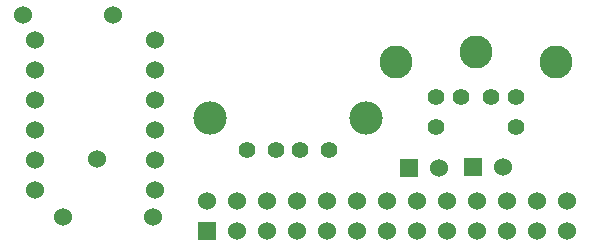
<source format=gbr>
G04 start of page 5 for group 3 idx 3 *
G04 Title: (unknown), signal3 *
G04 Creator: pcb 20140316 *
G04 CreationDate: Tue 22 Dec 2015 07:16:43 PM GMT UTC *
G04 For: vince *
G04 Format: Gerber/RS-274X *
G04 PCB-Dimensions (mil): 1950.00 850.00 *
G04 PCB-Coordinate-Origin: lower left *
%MOIN*%
%FSLAX25Y25*%
%LNGROUP3*%
%ADD59C,0.0900*%
%ADD58C,0.0910*%
%ADD57C,0.0280*%
%ADD56C,0.0360*%
%ADD55C,0.0380*%
%ADD54C,0.0350*%
%ADD53C,0.0550*%
%ADD52C,0.1100*%
%ADD51C,0.1110*%
%ADD50C,0.0560*%
%ADD49C,0.0600*%
%ADD48C,0.0001*%
G54D48*G36*
X64200Y9400D02*Y3400D01*
X70200D01*
Y9400D01*
X64200D01*
G37*
G54D49*X67200Y16400D03*
X77200Y6400D03*
Y16400D03*
X87200Y6400D03*
Y16400D03*
X97200Y6400D03*
Y16400D03*
G54D50*X98150Y33300D03*
X90250D03*
X80450D03*
G54D49*X49200Y11200D03*
G54D51*X68350Y44000D03*
G54D49*X50000Y20000D03*
Y30000D03*
Y40000D03*
Y50000D03*
Y60000D03*
Y70000D03*
G54D52*X183500Y62800D03*
G54D53*X162000Y51000D03*
X170100D03*
G54D52*X156900Y66000D03*
X130300Y62800D03*
G54D53*X151800Y51000D03*
X143700D03*
Y41200D03*
X170100D03*
G54D48*G36*
X153000Y30700D02*Y24700D01*
X159000D01*
Y30700D01*
X153000D01*
G37*
G54D49*X166000Y27700D03*
G54D51*X120050Y44000D03*
G54D48*G36*
X131400Y30600D02*Y24600D01*
X137400D01*
Y30600D01*
X131400D01*
G37*
G54D49*X144400Y27600D03*
G54D50*X107950Y33300D03*
G54D49*X107200Y6400D03*
X117200D03*
X127200D03*
X107200Y16400D03*
X117200D03*
X127200D03*
X137200D03*
X147200D03*
X157200D03*
X137200Y6400D03*
X147200D03*
X157200D03*
X167200D03*
Y16400D03*
X177200D03*
X187200D03*
X177200Y6400D03*
X187200D03*
X19200Y11200D03*
X35900Y78600D03*
X5900D03*
X10000Y70000D03*
Y60000D03*
Y50000D03*
Y40000D03*
Y30000D03*
Y20000D03*
X30400Y30300D03*
G54D54*G54D55*G54D56*G54D57*G54D58*G54D54*G54D59*G54D54*G54D59*G54D54*G54D55*G54D58*G54D55*G54D56*G54D55*G54D57*G54D54*M02*

</source>
